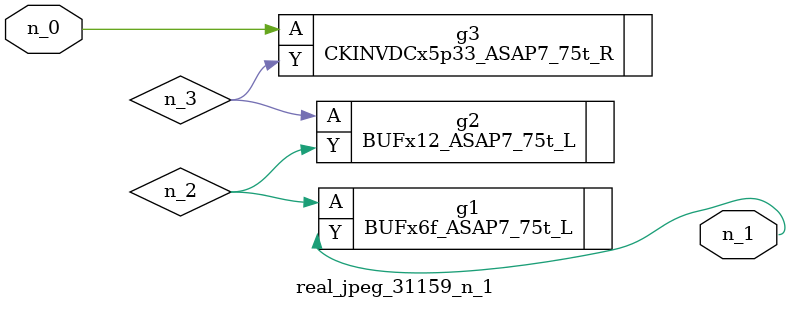
<source format=v>
module real_jpeg_31159_n_1 (n_0, n_1);

input n_0;

output n_1;

wire n_3;
wire n_2;

CKINVDCx5p33_ASAP7_75t_R g3 ( 
.A(n_0),
.Y(n_3)
);

BUFx6f_ASAP7_75t_L g1 ( 
.A(n_2),
.Y(n_1)
);

BUFx12_ASAP7_75t_L g2 ( 
.A(n_3),
.Y(n_2)
);


endmodule
</source>
